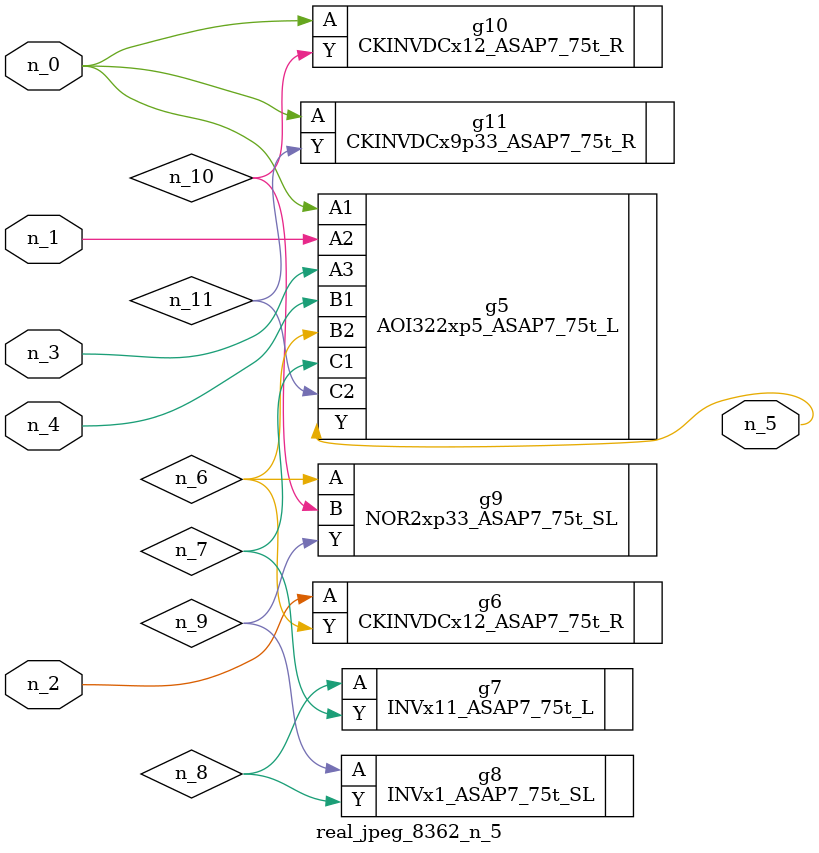
<source format=v>
module real_jpeg_8362_n_5 (n_4, n_0, n_1, n_2, n_3, n_5);

input n_4;
input n_0;
input n_1;
input n_2;
input n_3;

output n_5;

wire n_8;
wire n_11;
wire n_6;
wire n_7;
wire n_10;
wire n_9;

AOI322xp5_ASAP7_75t_L g5 ( 
.A1(n_0),
.A2(n_1),
.A3(n_3),
.B1(n_4),
.B2(n_6),
.C1(n_7),
.C2(n_11),
.Y(n_5)
);

CKINVDCx12_ASAP7_75t_R g10 ( 
.A(n_0),
.Y(n_10)
);

CKINVDCx9p33_ASAP7_75t_R g11 ( 
.A(n_0),
.Y(n_11)
);

CKINVDCx12_ASAP7_75t_R g6 ( 
.A(n_2),
.Y(n_6)
);

NOR2xp33_ASAP7_75t_SL g9 ( 
.A(n_6),
.B(n_10),
.Y(n_9)
);

INVx11_ASAP7_75t_L g7 ( 
.A(n_8),
.Y(n_7)
);

INVx1_ASAP7_75t_SL g8 ( 
.A(n_9),
.Y(n_8)
);


endmodule
</source>
